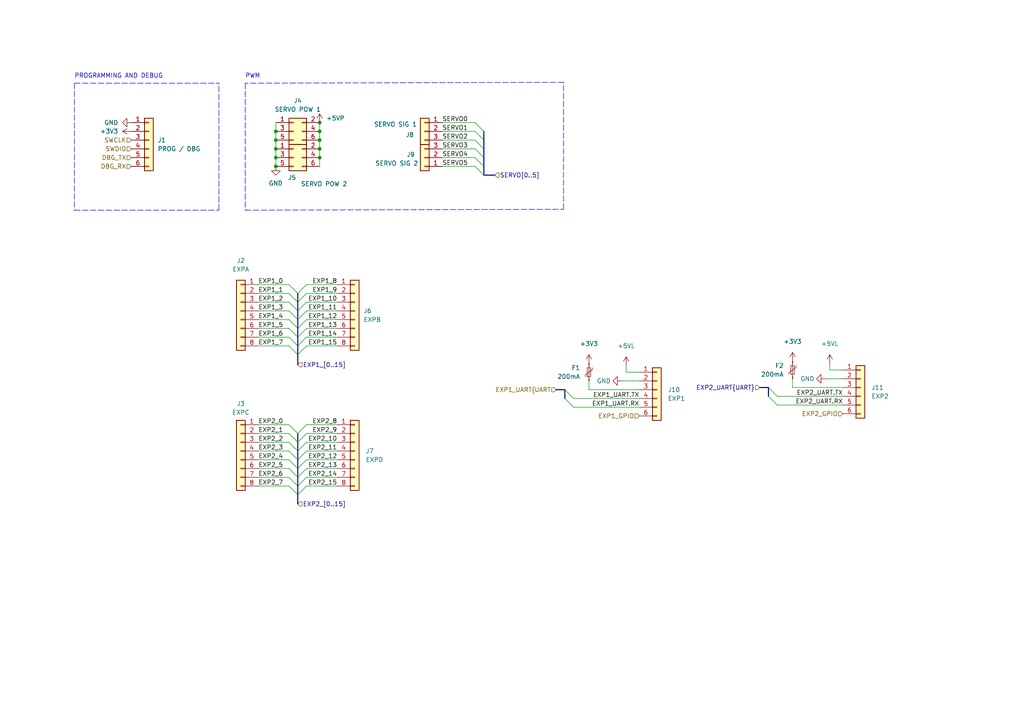
<source format=kicad_sch>
(kicad_sch (version 20211123) (generator eeschema)
  (paper "A4")
  (title_block (title "Marvin flight controller") (rev "0.1.1") (company "3Fall Engineering"))
  (lib_symbols
    (symbol "Connector_Generic:Conn_01x03" (pin_names (offset 1.016) hide)
      (property "Reference" "J" (at 0 5.08 0))
      (property "Value" "Conn_01x03" (at 0 -5.08 0))
      (symbol "Conn_01x03_1_1"
        (rectangle (start -1.27 -2.413) (end 0 -2.667) (stroke (width 0.1524)))
        (rectangle (start -1.27 0.127) (end 0 -0.127) (stroke (width 0.1524)))
        (rectangle (start -1.27 2.667) (end 0 2.413) (stroke (width 0.1524)))
        (rectangle (start -1.27 3.81) (end 1.27 -3.81) (stroke (width 0.254)) (fill (type background)))
        (pin passive line (at -5.08 2.54 0) (length 3.81) (name "Pin_1") (number "1"))
        (pin passive line (at -5.08 0 0) (length 3.81) (name "Pin_2") (number "2"))
        (pin passive line (at -5.08 -2.54 0) (length 3.81) (name "Pin_3") (number "3"))
      )
    )
    (symbol "Connector_Generic:Conn_01x06" (pin_names (offset 1.016) hide)
      (property "Reference" "J" (at 0 7.62 0))
      (property "Value" "Conn_01x06" (at 0 -10.16 0))
      (symbol "Conn_01x06_1_1"
        (rectangle (start -1.27 -7.493) (end 0 -7.747) (stroke (width 0.1524)))
        (rectangle (start -1.27 -4.953) (end 0 -5.207) (stroke (width 0.1524)))
        (rectangle (start -1.27 -2.413) (end 0 -2.667) (stroke (width 0.1524)))
        (rectangle (start -1.27 0.127) (end 0 -0.127) (stroke (width 0.1524)))
        (rectangle (start -1.27 2.667) (end 0 2.413) (stroke (width 0.1524)))
        (rectangle (start -1.27 5.207) (end 0 4.953) (stroke (width 0.1524)))
        (rectangle (start -1.27 6.35) (end 1.27 -8.89) (stroke (width 0.254)) (fill (type background)))
        (pin passive line (at -5.08 5.08 0) (length 3.81) (name "Pin_1") (number "1"))
        (pin passive line (at -5.08 2.54 0) (length 3.81) (name "Pin_2") (number "2"))
        (pin passive line (at -5.08 0 0) (length 3.81) (name "Pin_3") (number "3"))
        (pin passive line (at -5.08 -2.54 0) (length 3.81) (name "Pin_4") (number "4"))
        (pin passive line (at -5.08 -5.08 0) (length 3.81) (name "Pin_5") (number "5"))
        (pin passive line (at -5.08 -7.62 0) (length 3.81) (name "Pin_6") (number "6"))
      )
    )
    (symbol "Connector_Generic:Conn_01x08" (pin_names (offset 1.016) hide)
      (property "Reference" "J" (at 0 10.16 0))
      (property "Value" "Conn_01x08" (at 0 -12.7 0))
      (symbol "Conn_01x08_1_1"
        (rectangle (start -1.27 -10.033) (end 0 -10.287) (stroke (width 0.1524)))
        (rectangle (start -1.27 -7.493) (end 0 -7.747) (stroke (width 0.1524)))
        (rectangle (start -1.27 -4.953) (end 0 -5.207) (stroke (width 0.1524)))
        (rectangle (start -1.27 -2.413) (end 0 -2.667) (stroke (width 0.1524)))
        (rectangle (start -1.27 0.127) (end 0 -0.127) (stroke (width 0.1524)))
        (rectangle (start -1.27 2.667) (end 0 2.413) (stroke (width 0.1524)))
        (rectangle (start -1.27 5.207) (end 0 4.953) (stroke (width 0.1524)))
        (rectangle (start -1.27 7.747) (end 0 7.493) (stroke (width 0.1524)))
        (rectangle (start -1.27 8.89) (end 1.27 -11.43) (stroke (width 0.254)) (fill (type background)))
        (pin passive line (at -5.08 7.62 0) (length 3.81) (name "Pin_1") (number "1"))
        (pin passive line (at -5.08 5.08 0) (length 3.81) (name "Pin_2") (number "2"))
        (pin passive line (at -5.08 2.54 0) (length 3.81) (name "Pin_3") (number "3"))
        (pin passive line (at -5.08 0 0) (length 3.81) (name "Pin_4") (number "4"))
        (pin passive line (at -5.08 -2.54 0) (length 3.81) (name "Pin_5") (number "5"))
        (pin passive line (at -5.08 -5.08 0) (length 3.81) (name "Pin_6") (number "6"))
        (pin passive line (at -5.08 -7.62 0) (length 3.81) (name "Pin_7") (number "7"))
        (pin passive line (at -5.08 -10.16 0) (length 3.81) (name "Pin_8") (number "8"))
      )
    )
    (symbol "Connector_Generic:Conn_02x03_Odd_Even" (pin_names (offset 1.016) hide)
      (property "Reference" "J" (at 1.27 5.08 0))
      (property "Value" "Conn_02x03_Odd_Even" (at 1.27 -5.08 0))
      (symbol "Conn_02x03_Odd_Even_1_1"
        (rectangle (start -1.27 -2.413) (end 0 -2.667) (stroke (width 0.1524)))
        (rectangle (start -1.27 0.127) (end 0 -0.127) (stroke (width 0.1524)))
        (rectangle (start -1.27 2.667) (end 0 2.413) (stroke (width 0.1524)))
        (rectangle (start -1.27 3.81) (end 3.81 -3.81) (stroke (width 0.254)) (fill (type background)))
        (rectangle (start 3.81 -2.413) (end 2.54 -2.667) (stroke (width 0.1524)))
        (rectangle (start 3.81 0.127) (end 2.54 -0.127) (stroke (width 0.1524)))
        (rectangle (start 3.81 2.667) (end 2.54 2.413) (stroke (width 0.1524)))
        (pin passive line (at -5.08 2.54 0) (length 3.81) (name "Pin_1") (number "1"))
        (pin passive line (at 7.62 2.54 180) (length 3.81) (name "Pin_2") (number "2"))
        (pin passive line (at -5.08 0 0) (length 3.81) (name "Pin_3") (number "3"))
        (pin passive line (at 7.62 0 180) (length 3.81) (name "Pin_4") (number "4"))
        (pin passive line (at -5.08 -2.54 0) (length 3.81) (name "Pin_5") (number "5"))
        (pin passive line (at 7.62 -2.54 180) (length 3.81) (name "Pin_6") (number "6"))
      )
    )
    (symbol "Device:Polyfuse_Small" (pin_numbers hide) (pin_names (offset 0))
      (property "Reference" "F" (at -1.905 0 90))
      (property "Value" "Polyfuse_Small" (at 1.905 0 90))
      (symbol "Polyfuse_Small_0_1"
        (rectangle (start -0.508 1.27) (end 0.508 -1.27))
        (polyline (pts (xy 0 2.54) (xy 0 -2.54)))
        (polyline (pts (xy -1.016 1.27) (xy -1.016 0.762) (xy 1.016 -0.762) (xy 1.016 -1.27)))
      )
      (symbol "Polyfuse_Small_1_1"
        (pin passive line (at 0 2.54 270) (length 0.635) (name "~") (number "1"))
        (pin passive line (at 0 -2.54 90) (length 0.635) (name "~") (number "2"))
      )
    )
    (symbol "power:+3V3" (power) (pin_names (offset 0))
      (property "Value" "+3V3" (at 0 3.556 0))
      (symbol "+3V3_0_1"
        (polyline (pts (xy -0.762 1.27) (xy 0 2.54)))
        (polyline (pts (xy 0 0) (xy 0 2.54)))
        (polyline (pts (xy 0 2.54) (xy 0.762 1.27)))
      )
      (symbol "+3V3_1_1"
        (pin power_in line (at 0 0 90) (length 0) hide (name "+3V3") (number "1"))
      )
    )
    (symbol "power:+5VL" (power) (pin_names (offset 0))
      (property "Value" "+5VL" (at 0 3.556 0))
      (symbol "+5VL_0_1"
        (polyline (pts (xy -0.762 1.27) (xy 0 2.54)))
        (polyline (pts (xy 0 0) (xy 0 2.54)))
        (polyline (pts (xy 0 2.54) (xy 0.762 1.27)))
      )
      (symbol "+5VL_1_1"
        (pin power_in line (at 0 0 90) (length 0) hide (name "+5VL") (number "1"))
      )
    )
    (symbol "power:+5VP" (power) (pin_names (offset 0))
      (property "Value" "+5VP" (at 0 3.556 0))
      (symbol "+5VP_0_1"
        (polyline (pts (xy -0.762 1.27) (xy 0 2.54)))
        (polyline (pts (xy 0 0) (xy 0 2.54)))
        (polyline (pts (xy 0 2.54) (xy 0.762 1.27)))
      )
      (symbol "+5VP_1_1"
        (pin power_in line (at 0 0 90) (length 0) hide (name "+5VP") (number "1"))
      )
    )
    (symbol "power:GND" (power) (pin_names (offset 0))
      (property "Value" "GND" (at 0 -3.81 0))
      (symbol "GND_0_1"
        (polyline (pts (xy 0 0) (xy 0 -1.27) (xy 1.27 -1.27) (xy 0 -2.54) (xy -1.27 -1.27) (xy 0 -1.27)))
      )
      (symbol "GND_1_1"
        (pin power_in line (at 0 0 270) (length 0) hide (name "GND") (number "1"))
      )
    )
  )
  (junction (at 92.71 40.64))
  (junction (at 80.01 43.18))
  (junction (at 80.01 40.64))
  (junction (at 92.71 43.18))
  (junction (at 92.71 35.56))
  (junction (at 80.01 38.1))
  (junction (at 80.01 48.26))
  (junction (at 92.71 45.72))
  (junction (at 92.71 38.1))
  (junction (at 80.01 45.72))
  (bus_entry (at 140.335 45.72) (size -2.54 -2.54))
  (bus_entry (at 86.36 92.71) (size 2.54 -2.54))
  (bus_entry (at 86.36 135.89) (size -2.54 -2.54))
  (bus_entry (at 86.36 133.35) (size 2.54 -2.54))
  (bus_entry (at 86.36 125.73) (size 2.54 -2.54))
  (bus_entry (at 86.36 87.63) (size -2.54 -2.54))
  (bus_entry (at 140.335 50.8) (size -2.54 -2.54))
  (bus_entry (at 86.36 87.63) (size 2.54 -2.54))
  (bus_entry (at 86.36 92.71) (size -2.54 -2.54))
  (bus_entry (at 86.36 128.27) (size 2.54 -2.54))
  (bus_entry (at 140.335 43.18) (size -2.54 -2.54))
  (bus_entry (at 163.83 115.57) (size 2.54 2.54))
  (bus_entry (at 86.36 95.25) (size 2.54 -2.54))
  (bus_entry (at 86.36 130.81) (size -2.54 -2.54))
  (bus_entry (at 86.36 130.81) (size 2.54 -2.54))
  (bus_entry (at 86.36 97.79) (size -2.54 -2.54))
  (bus_entry (at 86.36 85.09) (size 2.54 -2.54))
  (bus_entry (at 86.36 97.79) (size 2.54 -2.54))
  (bus_entry (at 86.36 143.51) (size -2.54 -2.54))
  (bus_entry (at 86.36 143.51) (size 2.54 -2.54))
  (bus_entry (at 86.36 140.97) (size -2.54 -2.54))
  (bus_entry (at 222.885 112.395) (size 2.54 2.54))
  (bus_entry (at 86.36 102.87) (size -2.54 -2.54))
  (bus_entry (at 86.36 133.35) (size -2.54 -2.54))
  (bus_entry (at 140.335 38.1) (size -2.54 -2.54))
  (bus_entry (at 140.335 40.64) (size -2.54 -2.54))
  (bus_entry (at 140.335 48.26) (size -2.54 -2.54))
  (bus_entry (at 86.36 90.17) (size 2.54 -2.54))
  (bus_entry (at 86.36 138.43) (size -2.54 -2.54))
  (bus_entry (at 86.36 100.33) (size 2.54 -2.54))
  (bus_entry (at 222.885 114.935) (size 2.54 2.54))
  (bus_entry (at 86.36 135.89) (size 2.54 -2.54))
  (bus_entry (at 86.36 128.27) (size -2.54 -2.54))
  (bus_entry (at 86.36 125.73) (size -2.54 -2.54))
  (bus_entry (at 86.36 100.33) (size -2.54 -2.54))
  (bus_entry (at 163.83 113.03) (size 2.54 2.54))
  (bus_entry (at 86.36 85.09) (size -2.54 -2.54))
  (bus_entry (at 86.36 138.43) (size 2.54 -2.54))
  (bus_entry (at 86.36 140.97) (size 2.54 -2.54))
  (bus_entry (at 86.36 95.25) (size -2.54 -2.54))
  (bus_entry (at 86.36 90.17) (size -2.54 -2.54))
  (bus_entry (at 86.36 102.87) (size 2.54 -2.54))
  (wire (pts (xy 185.42 107.95) (xy 181.61 107.95)))
  (bus (pts (xy 220.345 112.395) (xy 222.885 112.395)))
  (bus (pts (xy 222.885 112.395) (xy 222.885 114.935)))
  (wire (pts (xy 74.93 125.73) (xy 83.82 125.73)))
  (wire (pts (xy 97.79 100.33) (xy 88.9 100.33)))
  (wire (pts (xy 92.71 40.64) (xy 92.71 43.18)))
  (bus (pts (xy 86.36 95.25) (xy 86.36 97.79)))
  (wire (pts (xy 80.01 35.56) (xy 80.01 38.1)))
  (wire (pts (xy 74.93 140.97) (xy 83.82 140.97)))
  (polyline (pts (xy 21.59 24.13) (xy 21.59 60.96)))
  (wire (pts (xy 97.79 133.35) (xy 88.9 133.35)))
  (wire (pts (xy 97.79 95.25) (xy 88.9 95.25)))
  (wire (pts (xy 229.87 109.855) (xy 229.87 112.395)))
  (bus (pts (xy 140.335 48.26) (xy 140.335 50.8)))
  (wire (pts (xy 74.93 95.25) (xy 83.82 95.25)))
  (wire (pts (xy 128.27 40.64) (xy 137.795 40.64)))
  (bus (pts (xy 140.335 40.64) (xy 140.335 43.18)))
  (wire (pts (xy 97.79 130.81) (xy 88.9 130.81)))
  (wire (pts (xy 74.93 87.63) (xy 83.82 87.63)))
  (wire (pts (xy 225.425 114.935) (xy 244.475 114.935)))
  (wire (pts (xy 97.79 92.71) (xy 88.9 92.71)))
  (bus (pts (xy 86.36 125.73) (xy 86.36 128.27)))
  (bus (pts (xy 86.36 128.27) (xy 86.36 130.81)))
  (wire (pts (xy 244.475 107.315) (xy 240.665 107.315)))
  (bus (pts (xy 140.335 43.18) (xy 140.335 45.72)))
  (bus (pts (xy 140.335 38.1) (xy 140.335 40.64)))
  (wire (pts (xy 92.71 38.1) (xy 92.71 40.64)))
  (wire (pts (xy 80.01 40.64) (xy 80.01 43.18)))
  (polyline (pts (xy 21.59 24.13) (xy 63.5 24.13)))
  (wire (pts (xy 128.27 38.1) (xy 137.795 38.1)))
  (wire (pts (xy 74.93 92.71) (xy 83.82 92.71)))
  (wire (pts (xy 239.395 109.855) (xy 244.475 109.855)))
  (wire (pts (xy 92.71 45.72) (xy 92.71 48.26)))
  (wire (pts (xy 80.01 43.18) (xy 80.01 45.72)))
  (bus (pts (xy 86.36 90.17) (xy 86.36 92.71)))
  (wire (pts (xy 74.93 100.33) (xy 83.82 100.33)))
  (wire (pts (xy 97.79 128.27) (xy 88.9 128.27)))
  (wire (pts (xy 97.79 87.63) (xy 88.9 87.63)))
  (polyline (pts (xy 71.12 60.96) (xy 163.449 60.706)))
  (wire (pts (xy 74.93 130.81) (xy 83.82 130.81)))
  (wire (pts (xy 74.93 85.09) (xy 83.82 85.09)))
  (wire (pts (xy 74.93 123.19) (xy 83.82 123.19)))
  (wire (pts (xy 97.79 140.97) (xy 88.9 140.97)))
  (wire (pts (xy 97.79 97.79) (xy 88.9 97.79)))
  (wire (pts (xy 97.79 82.55) (xy 88.9 82.55)))
  (bus (pts (xy 140.335 50.8) (xy 143.51 50.8)))
  (polyline (pts (xy 163.449 60.706) (xy 163.449 23.876)))
  (wire (pts (xy 74.93 133.35) (xy 83.82 133.35)))
  (wire (pts (xy 74.93 135.89) (xy 83.82 135.89)))
  (wire (pts (xy 185.42 113.03) (xy 170.815 113.03)))
  (wire (pts (xy 166.37 118.11) (xy 185.42 118.11)))
  (wire (pts (xy 128.27 45.72) (xy 137.795 45.72)))
  (bus (pts (xy 86.36 130.81) (xy 86.36 133.35)))
  (wire (pts (xy 74.93 128.27) (xy 83.82 128.27)))
  (bus (pts (xy 86.36 138.43) (xy 86.36 140.97)))
  (wire (pts (xy 80.01 45.72) (xy 80.01 48.26)))
  (bus (pts (xy 86.36 85.09) (xy 86.36 87.63)))
  (wire (pts (xy 97.79 125.73) (xy 88.9 125.73)))
  (bus (pts (xy 86.36 143.51) (xy 86.36 146.177)))
  (wire (pts (xy 74.93 82.55) (xy 83.82 82.55)))
  (bus (pts (xy 161.29 113.03) (xy 163.83 113.03)))
  (wire (pts (xy 97.79 135.89) (xy 88.9 135.89)))
  (bus (pts (xy 86.36 100.33) (xy 86.36 102.87)))
  (polyline (pts (xy 71.12 24.13) (xy 71.12 60.96)))
  (polyline (pts (xy 163.449 23.876) (xy 71.12 24.13)))
  (bus (pts (xy 86.36 87.63) (xy 86.36 90.17)))
  (wire (pts (xy 240.665 107.315) (xy 240.665 105.41)))
  (wire (pts (xy 181.61 107.95) (xy 181.61 106.045)))
  (bus (pts (xy 86.36 102.87) (xy 86.36 105.791)))
  (bus (pts (xy 86.36 133.35) (xy 86.36 135.89)))
  (wire (pts (xy 244.475 112.395) (xy 229.87 112.395)))
  (wire (pts (xy 92.71 43.18) (xy 92.71 45.72)))
  (wire (pts (xy 97.79 85.09) (xy 88.9 85.09)))
  (wire (pts (xy 166.37 115.57) (xy 185.42 115.57)))
  (polyline (pts (xy 21.59 60.96) (xy 63.5 60.96)))
  (wire (pts (xy 128.27 48.26) (xy 137.795 48.26)))
  (wire (pts (xy 74.93 138.43) (xy 83.82 138.43)))
  (bus (pts (xy 140.335 45.72) (xy 140.335 48.26)))
  (bus (pts (xy 86.36 92.71) (xy 86.36 95.25)))
  (wire (pts (xy 97.79 90.17) (xy 88.9 90.17)))
  (polyline (pts (xy 63.5 60.96) (xy 63.5 24.13)))
  (bus (pts (xy 86.36 135.89) (xy 86.36 138.43)))
  (wire (pts (xy 180.34 110.49) (xy 185.42 110.49)))
  (bus (pts (xy 86.36 140.97) (xy 86.36 143.51)))
  (bus (pts (xy 86.36 97.79) (xy 86.36 100.33)))
  (wire (pts (xy 128.27 43.18) (xy 137.795 43.18)))
  (wire (pts (xy 97.79 138.43) (xy 88.9 138.43)))
  (wire (pts (xy 74.93 97.79) (xy 83.82 97.79)))
  (wire (pts (xy 80.01 38.1) (xy 80.01 40.64)))
  (bus (pts (xy 163.83 113.03) (xy 163.83 115.57)))
  (wire (pts (xy 128.27 35.56) (xy 137.795 35.56)))
  (wire (pts (xy 74.93 90.17) (xy 83.82 90.17)))
  (wire (pts (xy 97.79 123.19) (xy 88.9 123.19)))
  (wire (pts (xy 92.71 35.56) (xy 92.71 38.1)))
  (wire (pts (xy 225.425 117.475) (xy 244.475 117.475)))
  (wire (pts (xy 170.815 110.49) (xy 170.815 113.03)))
  (text "PROGRAMMING AND DEBUG\n" (at 21.59 22.86 0) (effects (font (size 1.27 1.27)) (justify left bottom)))
  (text "PWM\n" (at 71.12 22.86 0) (effects (font (size 1.27 1.27)) (justify left bottom)))
  (label "EXP2_15" (at 97.79 140.97 180))
  (label "SERVO1" (at 128.27 38.1 0))
  (label "EXP1_1" (at 74.93 85.09 0))
  (label "EXP2_13" (at 97.79 135.89 180))
  (label "EXP1_14" (at 97.79 97.79 180))
  (label "EXP2_7" (at 74.93 140.97 0))
  (label "EXP1_9" (at 97.79 85.09 180))
  (label "EXP1_11" (at 97.79 90.17 180))
  (label "SERVO2" (at 128.27 40.64 0))
  (label "EXP1_12" (at 97.79 92.71 180))
  (label "EXP2_14" (at 97.79 138.43 180))
  (label "EXP2_1" (at 74.93 125.73 0))
  (label "EXP1_3" (at 74.93 90.17 0))
  (label "EXP1_7" (at 74.93 100.33 0))
  (label "EXP1_4" (at 74.93 92.71 0))
  (label "EXP2_6" (at 74.93 138.43 0))
  (label "EXP2_2" (at 74.93 128.27 0))
  (label "EXP2_UART.TX" (at 244.475 114.935 180))
  (label "EXP1_0" (at 74.93 82.55 0))
  (label "EXP2_10" (at 97.79 128.27 180))
  (label "EXP2_8" (at 97.79 123.19 180))
  (label "EXP2_0" (at 74.93 123.19 0))
  (label "EXP1_13" (at 97.79 95.25 180))
  (label "EXP2_3" (at 74.93 130.81 0))
  (label "EXP1_6" (at 74.93 97.79 0))
  (label "EXP2_UART.RX" (at 244.475 117.475 180))
  (label "EXP1_8" (at 97.79 82.55 180))
  (label "EXP2_12" (at 97.79 133.35 180))
  (label "SERVO4" (at 128.27 45.72 0))
  (label "EXP2_5" (at 74.93 135.89 0))
  (label "EXP1_2" (at 74.93 87.63 0))
  (label "EXP1_10" (at 97.79 87.63 180))
  (label "EXP1_15" (at 97.79 100.33 180))
  (label "EXP1_UART.RX" (at 185.42 118.11 180))
  (label "EXP2_9" (at 97.79 125.73 180))
  (label "SERVO3" (at 128.27 43.18 0))
  (label "EXP2_4" (at 74.93 133.35 0))
  (label "SERVO5" (at 128.27 48.26 0))
  (label "EXP1_UART.TX" (at 185.42 115.57 180))
  (label "SERVO0" (at 128.27 35.56 0))
  (label "EXP1_5" (at 74.93 95.25 0))
  (label "EXP2_11" (at 97.79 130.81 180))
  (hierarchical_label "EXP1_GPIO" (shape input) (at 185.42 120.65 180))
  (hierarchical_label "SWDIO" (shape input) (at 38.1 43.18 180))
  (hierarchical_label "EXP1_UART{UART" (shape input) (at 161.29 113.03 180))
  (hierarchical_label "EXP2_[0..15]" (shape input) (at 86.36 146.177 0))
  (hierarchical_label "SERVO[0..5]" (shape input) (at 143.51 50.8 0))
  (hierarchical_label "DBG_TX" (shape input) (at 38.1 45.72 180))
  (hierarchical_label "DBG_RX" (shape input) (at 38.1 48.26 180))
  (hierarchical_label "EXP2_UART{UART}" (shape input) (at 220.345 112.395 180))
  (hierarchical_label "EXP1_[0..15]" (shape input) (at 86.36 105.791 0))
  (hierarchical_label "SWCLK" (shape input) (at 38.1 40.64 180))
  (hierarchical_label "EXP2_GPIO" (shape input) (at 244.475 120.015 180))
  (symbol (lib_id "Connector_Generic:Conn_01x06") (at 190.5 113.03 0) (unit 1)
    (property "Reference" "J10" (at 193.675 113.0299 0) (effects (justify left)))
    (property "Value" "EXP1" (at 193.675 115.5699 0) (effects (justify left)))
    (property "Footprint" "Connector_PinHeader_2.54mm:PinHeader_1x06_P2.54mm_Vertical" (effects hide))
  )
  (symbol (lib_id "power:+3V3") (at 170.815 105.41 0) (unit 1)
    (property "Reference" "#PWR018" (effects hide))
    (property "Value" "+3V3" (at 170.815 99.695 0))
  )
  (symbol (lib_id "Connector_Generic:Conn_01x08") (at 69.85 90.17 0) (mirror y) (unit 1)
    (property "Reference" "J2" (at 69.85 75.565 0))
    (property "Value" "EXPA" (at 69.85 78.105 0))
    (property "Footprint" "Connector_PinHeader_2.54mm:PinHeader_1x08_P2.54mm_Vertical" (effects hide))
  )
  (symbol (lib_id "power:GND") (at 239.395 109.855 270) (mirror x) (unit 1)
    (property "Reference" "#PWR022" (effects hide))
    (property "Value" "GND" (at 236.22 109.8549 90) (effects (justify right)))
  )
  (symbol (lib_id "power:+3V3") (at 38.1 38.1 90) (unit 1)
    (property "Reference" "#PWR015" (effects hide))
    (property "Value" "+3V3" (at 34.29 38.1 90) (effects (justify left)))
  )
  (symbol (lib_id "power:+5VL") (at 181.61 106.045 0) (unit 1)
    (property "Reference" "#PWR020" (effects hide))
    (property "Value" "+5VL" (at 181.61 100.33 0))
  )
  (symbol (lib_id "Connector_Generic:Conn_01x08") (at 102.87 130.81 0) (unit 1)
    (property "Reference" "J7" (at 106.045 130.8099 0) (effects (justify left)))
    (property "Value" "EXPD" (at 106.045 133.3499 0) (effects (justify left)))
    (property "Footprint" "Connector_PinHeader_2.54mm:PinHeader_1x08_P2.54mm_Vertical" (effects hide))
  )
  (symbol (lib_id "Connector_Generic:Conn_01x08") (at 69.85 130.81 0) (mirror y) (unit 1)
    (property "Reference" "J3" (at 69.85 117.094 0))
    (property "Value" "EXPC" (at 69.85 119.634 0))
    (property "Footprint" "Connector_PinHeader_2.54mm:PinHeader_1x08_P2.54mm_Vertical" (effects hide))
  )
  (symbol (lib_id "Connector_Generic:Conn_01x06") (at 249.555 112.395 0) (unit 1)
    (property "Reference" "J11" (at 252.73 112.3949 0) (effects (justify left)))
    (property "Value" "EXP2" (at 252.73 114.9349 0) (effects (justify left)))
    (property "Footprint" "Connector_PinHeader_2.54mm:PinHeader_1x06_P2.54mm_Vertical" (effects hide))
  )
  (symbol (lib_id "power:+5VP") (at 92.71 35.56 0) (unit 1)
    (property "Reference" "#PWR017" (effects hide))
    (property "Value" "+5VP" (at 94.615 34.2899 0) (effects (justify left)))
  )
  (symbol (lib_id "Connector_Generic:Conn_02x03_Odd_Even") (at 85.09 38.1 0) (unit 1)
    (property "Reference" "J4" (at 86.36 29.21 0))
    (property "Value" "SERVO POW 1" (at 86.36 31.75 0))
    (property "Footprint" "Connector_PinHeader_2.54mm:PinHeader_2x03_P2.54mm_Vertical" (effects hide))
  )
  (symbol (lib_id "Device:Polyfuse_Small") (at 229.87 107.315 0) (mirror x) (unit 1)
    (property "Reference" "F2" (at 227.33 106.0449 0) (effects (justify right)))
    (property "Value" "200mA" (at 227.33 108.5849 0) (effects (justify right)))
    (property "Footprint" "Fuse:Fuse_0603_1608Metric" (effects hide))
  )
  (symbol (lib_id "Connector_Generic:Conn_01x08") (at 102.87 90.17 0) (unit 1)
    (property "Reference" "J6" (at 105.41 90.1699 0) (effects (justify left)))
    (property "Value" "EXPB" (at 105.41 92.7099 0) (effects (justify left)))
    (property "Footprint" "Connector_PinHeader_2.54mm:PinHeader_1x08_P2.54mm_Vertical" (effects hide))
  )
  (symbol (lib_id "Device:Polyfuse_Small") (at 170.815 107.95 0) (mirror x) (unit 1)
    (property "Reference" "F1" (at 168.275 106.6799 0) (effects (justify right)))
    (property "Value" "200mA" (at 168.275 109.2199 0) (effects (justify right)))
    (property "Footprint" "Fuse:Fuse_0603_1608Metric" (effects hide))
  )
  (symbol (lib_id "power:+3V3") (at 229.87 104.775 0) (unit 1)
    (property "Reference" "#PWR021" (effects hide))
    (property "Value" "+3V3" (at 229.87 99.06 0))
  )
  (symbol (lib_id "power:GND") (at 80.01 48.26 0) (unit 1)
    (property "Reference" "#PWR016" (effects hide))
    (property "Value" "GND" (at 82.0103 53.1639 0) (effects (justify right)))
  )
  (symbol (lib_id "Connector_Generic:Conn_02x03_Odd_Even") (at 85.09 45.72 0) (unit 1)
    (property "Reference" "J5" (at 84.709 51.5112 0))
    (property "Value" "SERVO POW 2" (at 93.98 53.34 0))
    (property "Footprint" "Connector_PinHeader_2.54mm:PinHeader_2x03_P2.54mm_Vertical" (effects hide))
  )
  (symbol (lib_id "Connector_Generic:Conn_01x06") (at 43.18 40.64 0) (unit 1)
    (property "Reference" "J1" (at 45.72 40.6399 0) (effects (justify left)))
    (property "Value" "PROG / DBG" (at 45.72 43.1799 0) (effects (justify left)))
    (property "Footprint" "Connector_PinHeader_2.54mm:PinHeader_1x06_P2.54mm_Vertical" (effects hide))
  )
  (symbol (lib_id "power:GND") (at 180.34 110.49 270) (mirror x) (unit 1)
    (property "Reference" "#PWR019" (effects hide))
    (property "Value" "GND" (at 177.165 110.4899 90) (effects (justify right)))
  )
  (symbol (lib_id "Connector_Generic:Conn_01x03") (at 123.19 45.72 180) (unit 1)
    (property "Reference" "J9" (at 119.126 44.831 0))
    (property "Value" "SERVO SIG 2" (at 115.062 47.371 0))
    (property "Footprint" "Connector_PinHeader_2.54mm:PinHeader_1x03_P2.54mm_Vertical" (effects hide))
  )
  (symbol (lib_id "power:+5VL") (at 240.665 105.41 0) (unit 1)
    (property "Reference" "#PWR023" (effects hide))
    (property "Value" "+5VL" (at 240.665 99.695 0))
  )
  (symbol (lib_id "Connector_Generic:Conn_01x03") (at 123.19 38.1 0) (mirror y) (unit 1)
    (property "Reference" "J8" (at 118.872 39.116 0))
    (property "Value" "SERVO SIG 1" (at 114.681 36.068 0))
    (property "Footprint" "Connector_PinHeader_2.54mm:PinHeader_1x03_P2.54mm_Vertical" (effects hide))
  )
  (symbol (lib_id "power:GND") (at 38.1 35.56 270) (unit 1)
    (property "Reference" "#PWR014" (effects hide))
    (property "Value" "GND" (at 34.29 35.56 90) (effects (justify right)))
  )
)
</source>
